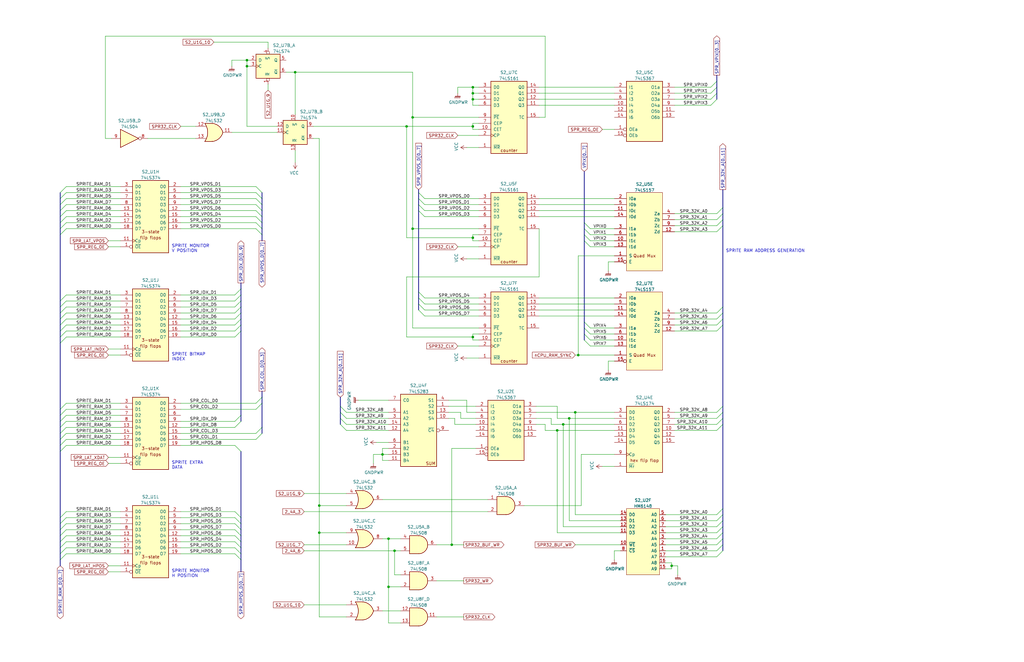
<source format=kicad_sch>
(kicad_sch (version 20211123) (generator eeschema)
  (paper "B")
  (title_block (title "Slapfight Arcade PCB") (company "Schematics created by Neil Ward & Anton Gale"))
  (junction (at 199.39 41.91))
  (junction (at 134.62 224.79))
  (junction (at 124.46 30.48))
  (junction (at 283.21 238.76))
  (junction (at 199.39 36.83))
  (junction (at 237.49 179.07))
  (junction (at 134.62 213.36))
  (junction (at 199.39 39.37))
  (junction (at 166.37 232.41))
  (junction (at 199.39 100.33))
  (junction (at 199.39 53.34))
  (junction (at 161.29 191.77))
  (junction (at 173.99 49.53))
  (junction (at 163.83 227.33))
  (junction (at 163.83 247.65))
  (junction (at 104.14 27.94))
  (junction (at 173.99 96.52))
  (junction (at 240.03 176.53))
  (junction (at 243.84 149.86))
  (junction (at 234.95 181.61))
  (junction (at 199.39 142.24))
  (junction (at 190.5 229.87))
  (junction (at 242.57 173.99))
  (junction (at 171.45 53.34))
  (junction (at 104.14 25.4))
  (bus_entry (at 99.06 223.52) (size 2.54 2.54))
  (bus_entry (at 27.94 177.8) (size -2.54 2.54))
  (bus_entry (at 27.94 127) (size -2.54 2.54))
  (bus_entry (at 107.95 96.52) (size 2.54 2.54))
  (bus_entry (at 27.94 175.26) (size -2.54 2.54))
  (bus_entry (at 99.06 218.44) (size 2.54 2.54))
  (bus_entry (at 27.94 137.16) (size -2.54 2.54))
  (bus_entry (at 304.8 137.16) (size -2.54 2.54))
  (bus_entry (at 179.07 128.27) (size -2.54 -2.54))
  (bus_entry (at 304.8 224.79) (size -2.54 2.54))
  (bus_entry (at 99.06 142.24) (size 2.54 -2.54))
  (bus_entry (at 304.8 214.63) (size -2.54 2.54))
  (bus_entry (at 143.51 173.99) (size 2.54 2.54))
  (bus_entry (at 246.38 135.89) (size 2.54 2.54))
  (bus_entry (at 304.8 222.25) (size -2.54 2.54))
  (bus_entry (at 27.94 187.96) (size -2.54 2.54))
  (bus_entry (at 143.51 179.07) (size 2.54 2.54))
  (bus_entry (at 27.94 96.52) (size -2.54 2.54))
  (bus_entry (at 27.94 129.54) (size -2.54 2.54))
  (bus_entry (at 304.8 129.54) (size -2.54 2.54))
  (bus_entry (at 27.94 170.18) (size -2.54 2.54))
  (bus_entry (at 107.95 93.98) (size 2.54 2.54))
  (bus_entry (at 304.8 132.08) (size -2.54 2.54))
  (bus_entry (at 304.8 173.99) (size -2.54 2.54))
  (bus_entry (at 107.95 88.9) (size 2.54 2.54))
  (bus_entry (at 246.38 99.06) (size 2.54 2.54))
  (bus_entry (at 304.8 134.62) (size -2.54 2.54))
  (bus_entry (at 304.8 232.41) (size -2.54 2.54))
  (bus_entry (at 27.94 132.08) (size -2.54 2.54))
  (bus_entry (at 99.06 132.08) (size 2.54 -2.54))
  (bus_entry (at 27.94 78.74) (size -2.54 2.54))
  (bus_entry (at 27.94 83.82) (size -2.54 2.54))
  (bus_entry (at 107.95 91.44) (size 2.54 2.54))
  (bus_entry (at 27.94 180.34) (size -2.54 2.54))
  (bus_entry (at 27.94 124.46) (size -2.54 2.54))
  (bus_entry (at 304.8 90.17) (size -2.54 2.54))
  (bus_entry (at 304.8 176.53) (size -2.54 2.54))
  (bus_entry (at 246.38 140.97) (size 2.54 2.54))
  (bus_entry (at 99.06 180.34) (size 2.54 -2.54))
  (bus_entry (at 179.07 125.73) (size -2.54 -2.54))
  (bus_entry (at 179.07 130.81) (size -2.54 -2.54))
  (bus_entry (at 107.95 83.82) (size 2.54 2.54))
  (bus_entry (at 27.94 81.28) (size -2.54 2.54))
  (bus_entry (at 27.94 93.98) (size -2.54 2.54))
  (bus_entry (at 304.8 217.17) (size -2.54 2.54))
  (bus_entry (at 27.94 215.9) (size -2.54 2.54))
  (bus_entry (at 27.94 139.7) (size -2.54 2.54))
  (bus_entry (at 27.94 134.62) (size -2.54 2.54))
  (bus_entry (at 27.94 228.6) (size -2.54 2.54))
  (bus_entry (at 99.06 139.7) (size 2.54 -2.54))
  (bus_entry (at 27.94 223.52) (size -2.54 2.54))
  (bus_entry (at 27.94 142.24) (size -2.54 2.54))
  (bus_entry (at 107.95 86.36) (size 2.54 2.54))
  (bus_entry (at 302.26 39.37) (size -2.54 2.54))
  (bus_entry (at 27.94 233.68) (size -2.54 2.54))
  (bus_entry (at 179.07 83.82) (size -2.54 -2.54))
  (bus_entry (at 304.8 219.71) (size -2.54 2.54))
  (bus_entry (at 27.94 172.72) (size -2.54 2.54))
  (bus_entry (at 27.94 226.06) (size -2.54 2.54))
  (bus_entry (at 99.06 177.8) (size 2.54 -2.54))
  (bus_entry (at 302.26 36.83) (size -2.54 2.54))
  (bus_entry (at 179.07 88.9) (size -2.54 -2.54))
  (bus_entry (at 99.06 129.54) (size 2.54 -2.54))
  (bus_entry (at 99.06 233.68) (size 2.54 2.54))
  (bus_entry (at 99.06 137.16) (size 2.54 -2.54))
  (bus_entry (at 302.26 34.29) (size -2.54 2.54))
  (bus_entry (at 99.06 228.6) (size 2.54 2.54))
  (bus_entry (at 99.06 127) (size 2.54 -2.54))
  (bus_entry (at 143.51 171.45) (size 2.54 2.54))
  (bus_entry (at 246.38 93.98) (size 2.54 2.54))
  (bus_entry (at 246.38 96.52) (size 2.54 2.54))
  (bus_entry (at 143.51 176.53) (size 2.54 2.54))
  (bus_entry (at 179.07 133.35) (size -2.54 -2.54))
  (bus_entry (at 99.06 134.62) (size 2.54 -2.54))
  (bus_entry (at 107.95 78.74) (size 2.54 2.54))
  (bus_entry (at 304.8 171.45) (size -2.54 2.54))
  (bus_entry (at 304.8 229.87) (size -2.54 2.54))
  (bus_entry (at 27.94 182.88) (size -2.54 2.54))
  (bus_entry (at 107.95 182.88) (size 2.54 -2.54))
  (bus_entry (at 179.07 91.44) (size -2.54 -2.54))
  (bus_entry (at 27.94 91.44) (size -2.54 2.54))
  (bus_entry (at 99.06 187.96) (size 2.54 2.54))
  (bus_entry (at 107.95 170.18) (size 2.54 -2.54))
  (bus_entry (at 27.94 185.42) (size -2.54 2.54))
  (bus_entry (at 246.38 138.43) (size 2.54 2.54))
  (bus_entry (at 27.94 88.9) (size -2.54 2.54))
  (bus_entry (at 99.06 124.46) (size 2.54 -2.54))
  (bus_entry (at 304.8 95.25) (size -2.54 2.54))
  (bus_entry (at 179.07 86.36) (size -2.54 -2.54))
  (bus_entry (at 304.8 92.71) (size -2.54 2.54))
  (bus_entry (at 27.94 231.14) (size -2.54 2.54))
  (bus_entry (at 304.8 227.33) (size -2.54 2.54))
  (bus_entry (at 304.8 179.07) (size -2.54 2.54))
  (bus_entry (at 27.94 220.98) (size -2.54 2.54))
  (bus_entry (at 99.06 215.9) (size 2.54 2.54))
  (bus_entry (at 304.8 87.63) (size -2.54 2.54))
  (bus_entry (at 27.94 218.44) (size -2.54 2.54))
  (bus_entry (at 246.38 101.6) (size 2.54 2.54))
  (bus_entry (at 27.94 86.36) (size -2.54 2.54))
  (bus_entry (at 99.06 226.06) (size 2.54 2.54))
  (bus_entry (at 99.06 220.98) (size 2.54 2.54))
  (bus_entry (at 302.26 41.91) (size -2.54 2.54))
  (bus_entry (at 99.06 231.14) (size 2.54 2.54))
  (bus_entry (at 107.95 172.72) (size 2.54 -2.54))
  (bus_entry (at 246.38 143.51) (size 2.54 2.54))
  (bus_entry (at 107.95 81.28) (size 2.54 2.54))
  (bus_entry (at 107.95 185.42) (size 2.54 -2.54))
  (wire (pts (xy 261.62 222.25) (xy 237.49 222.25)))
  (bus (pts (xy 176.53 86.36) (xy 176.53 83.82)))
  (wire (pts (xy 76.2 177.8) (xy 99.06 177.8)))
  (wire (pts (xy 173.99 96.52) (xy 201.93 96.52)))
  (wire (pts (xy 104.14 25.4) (xy 104.14 27.94)))
  (wire (pts (xy 44.45 15.24) (xy 44.45 58.42)))
  (wire (pts (xy 256.54 152.4) (xy 259.08 152.4)))
  (wire (pts (xy 199.39 99.06) (xy 199.39 100.33)))
  (wire (pts (xy 76.2 187.96) (xy 99.06 187.96)))
  (bus (pts (xy 25.4 127) (xy 25.4 129.54)))
  (wire (pts (xy 229.87 49.53) (xy 229.87 15.24)))
  (wire (pts (xy 299.72 44.45) (xy 284.48 44.45)))
  (bus (pts (xy 25.4 134.62) (xy 25.4 137.16)))
  (bus (pts (xy 176.53 123.19) (xy 176.53 88.9)))
  (wire (pts (xy 227.33 49.53) (xy 229.87 49.53)))
  (wire (pts (xy 166.37 232.41) (xy 168.91 232.41)))
  (wire (pts (xy 105.41 25.4) (xy 104.14 25.4)))
  (wire (pts (xy 234.95 181.61) (xy 229.87 181.61)))
  (wire (pts (xy 76.2 226.06) (xy 99.06 226.06)))
  (bus (pts (xy 25.4 86.36) (xy 25.4 88.9)))
  (wire (pts (xy 163.83 227.33) (xy 168.91 227.33)))
  (bus (pts (xy 101.6 129.54) (xy 101.6 127)))
  (wire (pts (xy 302.26 173.99) (xy 284.48 173.99)))
  (wire (pts (xy 254 196.85) (xy 259.08 196.85)))
  (wire (pts (xy 146.05 179.07) (xy 163.83 179.07)))
  (wire (pts (xy 237.49 222.25) (xy 237.49 179.07)))
  (wire (pts (xy 248.92 101.6) (xy 259.08 101.6)))
  (wire (pts (xy 76.2 127) (xy 99.06 127)))
  (wire (pts (xy 190.5 189.23) (xy 190.5 229.87)))
  (wire (pts (xy 193.04 36.83) (xy 193.04 39.37)))
  (wire (pts (xy 193.04 104.14) (xy 201.93 104.14)))
  (wire (pts (xy 242.57 149.86) (xy 243.84 149.86)))
  (wire (pts (xy 302.26 95.25) (xy 284.48 95.25)))
  (wire (pts (xy 134.62 213.36) (xy 134.62 224.79)))
  (wire (pts (xy 190.5 229.87) (xy 195.58 229.87)))
  (wire (pts (xy 50.8 172.72) (xy 27.94 172.72)))
  (bus (pts (xy 143.51 171.45) (xy 143.51 167.64)))
  (wire (pts (xy 97.79 25.4) (xy 104.14 25.4)))
  (bus (pts (xy 304.8 227.33) (xy 304.8 229.87)))
  (bus (pts (xy 304.8 137.16) (xy 304.8 171.45)))
  (wire (pts (xy 50.8 129.54) (xy 27.94 129.54)))
  (wire (pts (xy 227.33 83.82) (xy 259.08 83.82)))
  (bus (pts (xy 25.4 187.96) (xy 25.4 190.5)))
  (wire (pts (xy 189.23 171.45) (xy 200.66 171.45)))
  (wire (pts (xy 302.26 227.33) (xy 280.67 227.33)))
  (wire (pts (xy 132.08 53.34) (xy 171.45 53.34)))
  (wire (pts (xy 190.5 189.23) (xy 200.66 189.23)))
  (wire (pts (xy 76.2 233.68) (xy 99.06 233.68)))
  (wire (pts (xy 227.33 36.83) (xy 259.08 36.83)))
  (wire (pts (xy 256.54 152.4) (xy 256.54 156.21)))
  (wire (pts (xy 171.45 116.84) (xy 227.33 116.84)))
  (wire (pts (xy 76.2 137.16) (xy 99.06 137.16)))
  (wire (pts (xy 50.8 132.08) (xy 27.94 132.08)))
  (wire (pts (xy 302.26 219.71) (xy 280.67 219.71)))
  (wire (pts (xy 280.67 237.49) (xy 283.21 237.49)))
  (bus (pts (xy 246.38 140.97) (xy 246.38 143.51)))
  (wire (pts (xy 50.8 91.44) (xy 27.94 91.44)))
  (wire (pts (xy 200.66 179.07) (xy 191.77 179.07)))
  (bus (pts (xy 246.38 93.98) (xy 246.38 72.39)))
  (wire (pts (xy 280.67 240.03) (xy 283.21 240.03)))
  (wire (pts (xy 261.62 224.79) (xy 234.95 224.79)))
  (bus (pts (xy 246.38 101.6) (xy 246.38 135.89)))
  (wire (pts (xy 199.39 54.61) (xy 201.93 54.61)))
  (wire (pts (xy 227.33 91.44) (xy 259.08 91.44)))
  (wire (pts (xy 90.17 17.78) (xy 113.03 17.78)))
  (bus (pts (xy 25.4 175.26) (xy 25.4 177.8)))
  (wire (pts (xy 302.26 234.95) (xy 280.67 234.95)))
  (bus (pts (xy 101.6 124.46) (xy 101.6 121.92)))
  (wire (pts (xy 76.2 88.9) (xy 107.95 88.9)))
  (wire (pts (xy 299.72 39.37) (xy 284.48 39.37)))
  (wire (pts (xy 45.72 147.32) (xy 50.8 147.32)))
  (wire (pts (xy 128.27 232.41) (xy 166.37 232.41)))
  (wire (pts (xy 76.2 124.46) (xy 99.06 124.46)))
  (wire (pts (xy 285.75 238.76) (xy 285.75 242.57)))
  (bus (pts (xy 25.4 129.54) (xy 25.4 132.08)))
  (bus (pts (xy 246.38 99.06) (xy 246.38 101.6)))
  (bus (pts (xy 110.49 182.88) (xy 110.49 180.34)))
  (wire (pts (xy 199.39 100.33) (xy 199.39 101.6)))
  (wire (pts (xy 146.05 173.99) (xy 163.83 173.99)))
  (wire (pts (xy 76.2 96.52) (xy 107.95 96.52)))
  (wire (pts (xy 50.8 228.6) (xy 27.94 228.6)))
  (wire (pts (xy 196.85 62.23) (xy 201.93 62.23)))
  (wire (pts (xy 168.91 262.89) (xy 163.83 262.89)))
  (bus (pts (xy 304.8 224.79) (xy 304.8 227.33)))
  (wire (pts (xy 50.8 182.88) (xy 27.94 182.88)))
  (bus (pts (xy 101.6 220.98) (xy 101.6 223.52)))
  (wire (pts (xy 201.93 83.82) (xy 179.07 83.82)))
  (wire (pts (xy 50.8 180.34) (xy 27.94 180.34)))
  (wire (pts (xy 50.8 86.36) (xy 27.94 86.36)))
  (wire (pts (xy 76.2 180.34) (xy 99.06 180.34)))
  (wire (pts (xy 76.2 215.9) (xy 99.06 215.9)))
  (wire (pts (xy 302.26 97.79) (xy 284.48 97.79)))
  (wire (pts (xy 248.92 140.97) (xy 259.08 140.97)))
  (wire (pts (xy 302.26 132.08) (xy 284.48 132.08)))
  (wire (pts (xy 227.33 86.36) (xy 259.08 86.36)))
  (bus (pts (xy 25.4 142.24) (xy 25.4 144.78)))
  (wire (pts (xy 113.03 35.56) (xy 113.03 38.1)))
  (bus (pts (xy 25.4 228.6) (xy 25.4 231.14)))
  (wire (pts (xy 76.2 132.08) (xy 99.06 132.08)))
  (bus (pts (xy 25.4 172.72) (xy 25.4 175.26)))
  (wire (pts (xy 234.95 171.45) (xy 234.95 176.53)))
  (wire (pts (xy 116.84 53.34) (xy 104.14 53.34)))
  (wire (pts (xy 50.8 185.42) (xy 27.94 185.42)))
  (wire (pts (xy 173.99 138.43) (xy 173.99 96.52)))
  (wire (pts (xy 196.85 173.99) (xy 196.85 168.91)))
  (wire (pts (xy 50.8 93.98) (xy 27.94 93.98)))
  (wire (pts (xy 199.39 44.45) (xy 199.39 41.91)))
  (wire (pts (xy 124.46 30.48) (xy 173.99 30.48)))
  (bus (pts (xy 304.8 217.17) (xy 304.8 219.71)))
  (wire (pts (xy 76.2 91.44) (xy 107.95 91.44)))
  (bus (pts (xy 25.4 177.8) (xy 25.4 180.34)))
  (wire (pts (xy 134.62 58.42) (xy 134.62 213.36)))
  (bus (pts (xy 25.4 218.44) (xy 25.4 220.98)))
  (wire (pts (xy 248.92 143.51) (xy 259.08 143.51)))
  (wire (pts (xy 171.45 100.33) (xy 171.45 53.34)))
  (bus (pts (xy 101.6 134.62) (xy 101.6 132.08)))
  (bus (pts (xy 25.4 180.34) (xy 25.4 182.88)))
  (wire (pts (xy 173.99 96.52) (xy 173.99 49.53)))
  (wire (pts (xy 189.23 168.91) (xy 196.85 168.91)))
  (wire (pts (xy 104.14 53.34) (xy 104.14 27.94)))
  (wire (pts (xy 161.29 227.33) (xy 163.83 227.33)))
  (wire (pts (xy 76.2 53.34) (xy 82.55 53.34)))
  (wire (pts (xy 242.57 217.17) (xy 242.57 173.99)))
  (bus (pts (xy 101.6 236.22) (xy 101.6 241.3)))
  (bus (pts (xy 25.4 88.9) (xy 25.4 91.44)))
  (wire (pts (xy 226.06 176.53) (xy 232.41 176.53)))
  (wire (pts (xy 201.93 44.45) (xy 199.39 44.45)))
  (wire (pts (xy 50.8 187.96) (xy 27.94 187.96)))
  (bus (pts (xy 101.6 218.44) (xy 101.6 220.98)))
  (bus (pts (xy 110.49 91.44) (xy 110.49 93.98)))
  (wire (pts (xy 124.46 68.58) (xy 124.46 63.5)))
  (wire (pts (xy 76.2 170.18) (xy 107.95 170.18)))
  (wire (pts (xy 76.2 83.82) (xy 107.95 83.82)))
  (wire (pts (xy 261.62 217.17) (xy 242.57 217.17)))
  (wire (pts (xy 227.33 125.73) (xy 259.08 125.73)))
  (wire (pts (xy 199.39 36.83) (xy 199.39 39.37)))
  (wire (pts (xy 199.39 39.37) (xy 201.93 39.37)))
  (wire (pts (xy 242.57 173.99) (xy 259.08 173.99)))
  (wire (pts (xy 113.03 17.78) (xy 113.03 20.32)))
  (wire (pts (xy 201.93 91.44) (xy 179.07 91.44)))
  (wire (pts (xy 120.65 30.48) (xy 124.46 30.48)))
  (wire (pts (xy 50.8 220.98) (xy 27.94 220.98)))
  (wire (pts (xy 128.27 208.28) (xy 146.05 208.28)))
  (bus (pts (xy 110.49 170.18) (xy 110.49 180.34)))
  (wire (pts (xy 134.62 213.36) (xy 146.05 213.36)))
  (wire (pts (xy 259.08 232.41) (xy 261.62 232.41)))
  (bus (pts (xy 110.49 170.18) (xy 110.49 167.64)))
  (wire (pts (xy 134.62 260.35) (xy 146.05 260.35)))
  (bus (pts (xy 302.26 39.37) (xy 302.26 36.83)))
  (bus (pts (xy 25.4 218.44) (xy 25.4 190.5)))
  (wire (pts (xy 227.33 130.81) (xy 259.08 130.81)))
  (wire (pts (xy 128.27 229.87) (xy 146.05 229.87)))
  (wire (pts (xy 201.93 86.36) (xy 179.07 86.36)))
  (wire (pts (xy 104.14 27.94) (xy 105.41 27.94)))
  (wire (pts (xy 50.8 170.18) (xy 27.94 170.18)))
  (wire (pts (xy 50.8 96.52) (xy 27.94 96.52)))
  (wire (pts (xy 50.8 233.68) (xy 27.94 233.68)))
  (wire (pts (xy 240.03 176.53) (xy 259.08 176.53)))
  (wire (pts (xy 50.8 215.9) (xy 27.94 215.9)))
  (wire (pts (xy 50.8 218.44) (xy 27.94 218.44)))
  (wire (pts (xy 237.49 179.07) (xy 259.08 179.07)))
  (wire (pts (xy 191.77 179.07) (xy 191.77 176.53)))
  (wire (pts (xy 184.15 260.35) (xy 195.58 260.35)))
  (bus (pts (xy 25.4 223.52) (xy 25.4 226.06)))
  (bus (pts (xy 110.49 86.36) (xy 110.49 88.9)))
  (wire (pts (xy 161.29 191.77) (xy 161.29 194.31)))
  (bus (pts (xy 304.8 129.54) (xy 304.8 132.08)))
  (wire (pts (xy 76.2 93.98) (xy 107.95 93.98)))
  (bus (pts (xy 176.53 83.82) (xy 176.53 81.28)))
  (wire (pts (xy 227.33 88.9) (xy 259.08 88.9)))
  (bus (pts (xy 304.8 176.53) (xy 304.8 179.07)))
  (wire (pts (xy 76.2 172.72) (xy 107.95 172.72)))
  (wire (pts (xy 302.26 222.25) (xy 280.67 222.25)))
  (wire (pts (xy 166.37 242.57) (xy 166.37 232.41)))
  (wire (pts (xy 227.33 96.52) (xy 227.33 116.84)))
  (wire (pts (xy 302.26 179.07) (xy 284.48 179.07)))
  (bus (pts (xy 246.38 138.43) (xy 246.38 140.97)))
  (wire (pts (xy 229.87 181.61) (xy 229.87 179.07)))
  (bus (pts (xy 25.4 233.68) (xy 25.4 236.22)))
  (bus (pts (xy 101.6 175.26) (xy 101.6 177.8)))
  (wire (pts (xy 163.83 247.65) (xy 168.91 247.65)))
  (bus (pts (xy 110.49 96.52) (xy 110.49 99.06)))
  (bus (pts (xy 101.6 233.68) (xy 101.6 236.22)))
  (wire (pts (xy 50.8 78.74) (xy 27.94 78.74)))
  (wire (pts (xy 259.08 232.41) (xy 259.08 236.22)))
  (bus (pts (xy 25.4 139.7) (xy 25.4 142.24)))
  (wire (pts (xy 76.2 185.42) (xy 107.95 185.42)))
  (bus (pts (xy 304.8 173.99) (xy 304.8 176.53)))
  (bus (pts (xy 110.49 88.9) (xy 110.49 91.44)))
  (wire (pts (xy 163.83 262.89) (xy 163.83 247.65)))
  (bus (pts (xy 101.6 139.7) (xy 101.6 137.16)))
  (wire (pts (xy 302.26 217.17) (xy 280.67 217.17)))
  (wire (pts (xy 189.23 173.99) (xy 194.31 173.99)))
  (wire (pts (xy 232.41 176.53) (xy 232.41 179.07)))
  (wire (pts (xy 124.46 48.26) (xy 124.46 30.48)))
  (wire (pts (xy 76.2 139.7) (xy 99.06 139.7)))
  (wire (pts (xy 157.48 191.77) (xy 157.48 195.58)))
  (wire (pts (xy 76.2 218.44) (xy 99.06 218.44)))
  (wire (pts (xy 97.79 25.4) (xy 97.79 27.94)))
  (bus (pts (xy 110.49 99.06) (xy 110.49 101.6)))
  (bus (pts (xy 25.4 96.52) (xy 25.4 99.06)))
  (wire (pts (xy 302.26 134.62) (xy 284.48 134.62)))
  (bus (pts (xy 25.4 137.16) (xy 25.4 139.7)))
  (bus (pts (xy 143.51 173.99) (xy 143.51 171.45)))
  (wire (pts (xy 76.2 78.74) (xy 107.95 78.74)))
  (wire (pts (xy 248.92 146.05) (xy 259.08 146.05)))
  (bus (pts (xy 143.51 179.07) (xy 143.51 176.53)))
  (wire (pts (xy 146.05 181.61) (xy 163.83 181.61)))
  (wire (pts (xy 50.8 134.62) (xy 27.94 134.62)))
  (wire (pts (xy 226.06 173.99) (xy 242.57 173.99)))
  (wire (pts (xy 302.26 224.79) (xy 280.67 224.79)))
  (wire (pts (xy 45.72 149.86) (xy 50.8 149.86)))
  (bus (pts (xy 143.51 176.53) (xy 143.51 173.99)))
  (wire (pts (xy 302.26 176.53) (xy 284.48 176.53)))
  (bus (pts (xy 110.49 93.98) (xy 110.49 96.52)))
  (wire (pts (xy 196.85 109.22) (xy 201.93 109.22)))
  (wire (pts (xy 97.79 55.88) (xy 116.84 55.88)))
  (wire (pts (xy 299.72 36.83) (xy 284.48 36.83)))
  (wire (pts (xy 302.26 181.61) (xy 284.48 181.61)))
  (bus (pts (xy 246.38 96.52) (xy 246.38 99.06)))
  (bus (pts (xy 304.8 229.87) (xy 304.8 232.41)))
  (bus (pts (xy 25.4 83.82) (xy 25.4 86.36)))
  (wire (pts (xy 199.39 142.24) (xy 199.39 143.51)))
  (wire (pts (xy 50.8 137.16) (xy 27.94 137.16)))
  (wire (pts (xy 196.85 151.13) (xy 201.93 151.13)))
  (bus (pts (xy 302.26 41.91) (xy 302.26 39.37)))
  (bus (pts (xy 176.53 81.28) (xy 176.53 80.01)))
  (wire (pts (xy 194.31 176.53) (xy 200.66 176.53)))
  (wire (pts (xy 171.45 53.34) (xy 199.39 53.34)))
  (bus (pts (xy 110.49 83.82) (xy 110.49 86.36)))
  (bus (pts (xy 25.4 93.98) (xy 25.4 96.52)))
  (wire (pts (xy 199.39 39.37) (xy 199.39 41.91)))
  (wire (pts (xy 199.39 53.34) (xy 199.39 54.61)))
  (wire (pts (xy 173.99 49.53) (xy 201.93 49.53)))
  (bus (pts (xy 101.6 137.16) (xy 101.6 134.62)))
  (wire (pts (xy 161.29 194.31) (xy 163.83 194.31)))
  (bus (pts (xy 304.8 92.71) (xy 304.8 95.25)))
  (wire (pts (xy 128.27 215.9) (xy 205.74 215.9)))
  (wire (pts (xy 283.21 237.49) (xy 283.21 238.76)))
  (wire (pts (xy 50.8 226.06) (xy 27.94 226.06)))
  (wire (pts (xy 50.8 139.7) (xy 27.94 139.7)))
  (bus (pts (xy 101.6 226.06) (xy 101.6 228.6)))
  (wire (pts (xy 157.48 191.77) (xy 161.29 191.77)))
  (wire (pts (xy 50.8 175.26) (xy 27.94 175.26)))
  (wire (pts (xy 199.39 41.91) (xy 201.93 41.91)))
  (bus (pts (xy 176.53 88.9) (xy 176.53 86.36)))
  (wire (pts (xy 76.2 129.54) (xy 99.06 129.54)))
  (wire (pts (xy 227.33 41.91) (xy 259.08 41.91)))
  (bus (pts (xy 304.8 219.71) (xy 304.8 222.25)))
  (wire (pts (xy 76.2 81.28) (xy 107.95 81.28)))
  (wire (pts (xy 299.72 41.91) (xy 284.48 41.91)))
  (bus (pts (xy 246.38 93.98) (xy 246.38 96.52)))
  (wire (pts (xy 50.8 177.8) (xy 27.94 177.8)))
  (wire (pts (xy 201.93 133.35) (xy 179.07 133.35)))
  (wire (pts (xy 248.92 96.52) (xy 259.08 96.52)))
  (bus (pts (xy 304.8 214.63) (xy 304.8 217.17)))
  (wire (pts (xy 201.93 140.97) (xy 199.39 140.97)))
  (bus (pts (xy 101.6 228.6) (xy 101.6 231.14)))
  (wire (pts (xy 200.66 173.99) (xy 196.85 173.99)))
  (wire (pts (xy 45.72 241.3) (xy 50.8 241.3)))
  (wire (pts (xy 168.91 242.57) (xy 166.37 242.57)))
  (wire (pts (xy 283.21 238.76) (xy 283.21 240.03)))
  (wire (pts (xy 285.75 238.76) (xy 283.21 238.76)))
  (wire (pts (xy 193.04 146.05) (xy 201.93 146.05)))
  (wire (pts (xy 248.92 99.06) (xy 259.08 99.06)))
  (bus (pts (xy 25.4 81.28) (xy 25.4 83.82)))
  (bus (pts (xy 25.4 182.88) (xy 25.4 185.42)))
  (wire (pts (xy 199.39 143.51) (xy 201.93 143.51)))
  (wire (pts (xy 76.2 223.52) (xy 99.06 223.52)))
  (wire (pts (xy 201.93 130.81) (xy 179.07 130.81)))
  (wire (pts (xy 45.72 195.58) (xy 50.8 195.58)))
  (wire (pts (xy 50.8 83.82) (xy 27.94 83.82)))
  (wire (pts (xy 243.84 107.95) (xy 243.84 149.86)))
  (bus (pts (xy 25.4 132.08) (xy 25.4 134.62)))
  (wire (pts (xy 199.39 52.07) (xy 199.39 53.34)))
  (wire (pts (xy 171.45 100.33) (xy 199.39 100.33)))
  (wire (pts (xy 45.72 101.6) (xy 50.8 101.6)))
  (wire (pts (xy 161.29 257.81) (xy 168.91 257.81)))
  (wire (pts (xy 201.93 138.43) (xy 173.99 138.43)))
  (wire (pts (xy 128.27 255.27) (xy 146.05 255.27)))
  (wire (pts (xy 45.72 193.04) (xy 50.8 193.04)))
  (wire (pts (xy 50.8 88.9) (xy 27.94 88.9)))
  (bus (pts (xy 176.53 128.27) (xy 176.53 125.73)))
  (wire (pts (xy 229.87 15.24) (xy 44.45 15.24)))
  (bus (pts (xy 25.4 236.22) (xy 25.4 238.76)))
  (wire (pts (xy 243.84 149.86) (xy 259.08 149.86)))
  (wire (pts (xy 254 54.61) (xy 259.08 54.61)))
  (bus (pts (xy 101.6 121.92) (xy 101.6 119.38)))
  (wire (pts (xy 261.62 219.71) (xy 240.03 219.71)))
  (bus (pts (xy 101.6 127) (xy 101.6 124.46)))
  (wire (pts (xy 50.8 81.28) (xy 27.94 81.28)))
  (bus (pts (xy 176.53 130.81) (xy 176.53 128.27)))
  (wire (pts (xy 163.83 227.33) (xy 163.83 247.65)))
  (wire (pts (xy 227.33 44.45) (xy 259.08 44.45)))
  (wire (pts (xy 50.8 127) (xy 27.94 127)))
  (bus (pts (xy 304.8 171.45) (xy 304.8 173.99)))
  (bus (pts (xy 110.49 81.28) (xy 110.49 83.82)))
  (bus (pts (xy 25.4 172.72) (xy 25.4 144.78)))
  (wire (pts (xy 50.8 142.24) (xy 27.94 142.24)))
  (wire (pts (xy 201.93 52.07) (xy 199.39 52.07)))
  (bus (pts (xy 101.6 190.5) (xy 101.6 218.44)))
  (bus (pts (xy 25.4 185.42) (xy 25.4 187.96)))
  (wire (pts (xy 201.93 125.73) (xy 179.07 125.73)))
  (wire (pts (xy 76.2 142.24) (xy 99.06 142.24)))
  (wire (pts (xy 44.45 58.42) (xy 46.99 58.42)))
  (wire (pts (xy 50.8 231.14) (xy 27.94 231.14)))
  (wire (pts (xy 45.72 104.14) (xy 50.8 104.14)))
  (bus (pts (xy 25.4 127) (xy 25.4 99.06)))
  (wire (pts (xy 163.83 189.23) (xy 161.29 189.23)))
  (wire (pts (xy 234.95 224.79) (xy 234.95 181.61)))
  (wire (pts (xy 161.29 210.82) (xy 205.74 210.82)))
  (wire (pts (xy 201.93 99.06) (xy 199.39 99.06)))
  (wire (pts (xy 234.95 181.61) (xy 259.08 181.61)))
  (wire (pts (xy 256.54 110.49) (xy 256.54 114.3)))
  (wire (pts (xy 226.06 171.45) (xy 234.95 171.45)))
  (bus (pts (xy 101.6 139.7) (xy 101.6 175.26)))
  (wire (pts (xy 240.03 219.71) (xy 240.03 176.53)))
  (bus (pts (xy 302.26 34.29) (xy 302.26 31.75)))
  (wire (pts (xy 134.62 224.79) (xy 134.62 260.35)))
  (bus (pts (xy 25.4 231.14) (xy 25.4 233.68)))
  (wire (pts (xy 199.39 101.6) (xy 201.93 101.6)))
  (wire (pts (xy 194.31 173.99) (xy 194.31 176.53)))
  (wire (pts (xy 191.77 176.53) (xy 189.23 176.53)))
  (wire (pts (xy 229.87 179.07) (xy 226.06 179.07)))
  (wire (pts (xy 134.62 224.79) (xy 146.05 224.79)))
  (wire (pts (xy 227.33 133.35) (xy 259.08 133.35)))
  (bus (pts (xy 302.26 36.83) (xy 302.26 34.29)))
  (wire (pts (xy 242.57 229.87) (xy 261.62 229.87)))
  (wire (pts (xy 259.08 107.95) (xy 243.84 107.95)))
  (wire (pts (xy 302.26 90.17) (xy 284.48 90.17)))
  (bus (pts (xy 101.6 223.52) (xy 101.6 226.06)))
  (wire (pts (xy 248.92 138.43) (xy 259.08 138.43)))
  (wire (pts (xy 173.99 30.48) (xy 173.99 49.53)))
  (wire (pts (xy 245.11 213.36) (xy 245.11 191.77)))
  (bus (pts (xy 304.8 134.62) (xy 304.8 137.16)))
  (wire (pts (xy 76.2 134.62) (xy 99.06 134.62)))
  (bus (pts (xy 176.53 125.73) (xy 176.53 123.19)))
  (bus (pts (xy 304.8 87.63) (xy 304.8 80.01)))
  (bus (pts (xy 101.6 231.14) (xy 101.6 233.68)))
  (wire (pts (xy 151.13 168.91) (xy 163.83 168.91)))
  (bus (pts (xy 304.8 179.07) (xy 304.8 214.63)))
  (wire (pts (xy 302.26 92.71) (xy 284.48 92.71)))
  (wire (pts (xy 199.39 142.24) (xy 171.45 142.24)))
  (wire (pts (xy 201.93 36.83) (xy 199.39 36.83)))
  (wire (pts (xy 227.33 39.37) (xy 259.08 39.37)))
  (bus (pts (xy 246.38 135.89) (xy 246.38 138.43)))
  (wire (pts (xy 76.2 220.98) (xy 99.06 220.98)))
  (wire (pts (xy 234.95 176.53) (xy 240.03 176.53)))
  (wire (pts (xy 199.39 140.97) (xy 199.39 142.24)))
  (wire (pts (xy 76.2 182.88) (xy 107.95 182.88)))
  (wire (pts (xy 201.93 128.27) (xy 179.07 128.27)))
  (wire (pts (xy 193.04 36.83) (xy 199.39 36.83)))
  (bus (pts (xy 25.4 220.98) (xy 25.4 223.52)))
  (wire (pts (xy 220.98 213.36) (xy 245.11 213.36)))
  (bus (pts (xy 110.49 167.64) (xy 110.49 165.1)))
  (wire (pts (xy 76.2 86.36) (xy 107.95 86.36)))
  (wire (pts (xy 302.26 232.41) (xy 280.67 232.41)))
  (wire (pts (xy 161.29 189.23) (xy 161.29 191.77)))
  (wire (pts (xy 76.2 231.14) (xy 99.06 231.14)))
  (wire (pts (xy 193.04 57.15) (xy 201.93 57.15)))
  (wire (pts (xy 245.11 191.77) (xy 259.08 191.77)))
  (wire (pts (xy 248.92 104.14) (xy 259.08 104.14)))
  (wire (pts (xy 132.08 58.42) (xy 134.62 58.42)))
  (wire (pts (xy 158.75 186.69) (xy 163.83 186.69)))
  (wire (pts (xy 302.26 139.7) (xy 284.48 139.7)))
  (bus (pts (xy 304.8 90.17) (xy 304.8 92.71)))
  (wire (pts (xy 302.26 229.87) (xy 280.67 229.87)))
  (wire (pts (xy 184.15 245.11) (xy 195.58 245.11)))
  (bus (pts (xy 304.8 87.63) (xy 304.8 90.17)))
  (bus (pts (xy 101.6 132.08) (xy 101.6 129.54)))
  (bus (pts (xy 304.8 95.25) (xy 304.8 129.54)))
  (wire (pts (xy 62.23 58.42) (xy 82.55 58.42)))
  (wire (pts (xy 50.8 223.52) (xy 27.94 223.52)))
  (wire (pts (xy 227.33 128.27) (xy 259.08 128.27)))
  (bus (pts (xy 25.4 226.06) (xy 25.4 228.6)))
  (wire (pts (xy 161.29 191.77) (xy 163.83 191.77)))
  (wire (pts (xy 50.8 124.46) (xy 27.94 124.46)))
  (wire (pts (xy 256.54 110.49) (xy 259.08 110.49)))
  (wire (pts (xy 45.72 238.76) (xy 50.8 238.76)))
  (bus (pts (xy 304.8 132.08) (xy 304.8 134.62)))
  (wire (pts (xy 201.93 88.9) (xy 179.07 88.9)))
  (wire (pts (xy 232.41 179.07) (xy 237.49 179.07)))
  (wire (pts (xy 171.45 142.24) (xy 171.45 116.84)))
  (bus (pts (xy 304.8 222.25) (xy 304.8 224.79)))
  (bus (pts (xy 25.4 91.44) (xy 25.4 93.98)))
  (wire (pts (xy 76.2 228.6) (xy 99.06 228.6)))
  (wire (pts (xy 146.05 176.53) (xy 163.83 176.53)))
  (wire (pts (xy 184.15 229.87) (xy 190.5 229.87)))
  (wire (pts (xy 302.26 137.16) (xy 284.48 137.16)))
  (text "SPRITE BITMAP\nINDEX" (at 72.39 152.4 0) (effects (font (size 1.27 1.27)) (justify left bottom)))
  (text "SPRITE MONITOR\nH POSITION" (at 72.39 243.84 0) (effects (font (size 1.27 1.27)) (justify left bottom)))
  (text "SPRITE EXTRA\nDATA" (at 72.39 198.12 0) (effects (font (size 1.27 1.27)) (justify left bottom)))
  (text "SPRITE MONITOR\nV POSITION" (at 72.39 106.68 0) (effects (font (size 1.27 1.27)) (justify left bottom)))
  (text "SPRITE RAM ADDRESS GENERATION" (at 306.07 106.68 0) (effects (font (size 1.27 1.27)) (justify left bottom)))
  (label "SPR_32K_A3" (at 298.45 97.79 180))
  (label "SPR_32K_A5" (at 298.45 134.62 180))
  (label "SPR_32K_A6" (at 298.45 232.41 180))
  (label "SPR_32K_A9" (at 298.45 176.53 180))
  (label "SPR_32K_A8" (at 149.86 173.99 0))
  (label "SPR_HPOS_D2" (at 80.01 231.14 0))
  (label "VPIX6" (at 250.19 143.51 0))
  (label "SPR_VPOS_D3" (at 80.01 81.28 0))
  (label "SPR_VPOS_D1" (at 198.12 86.36 180))
  (label "SPR_HPOS_D1" (at 80.01 215.9 0))
  (label "SPR_32K_A1" (at 298.45 92.71 180))
  (label "SPR_32K_A0" (at 298.45 217.17 180))
  (label "SPR_HPOS_D6" (at 80.01 226.06 0))
  (label "SPR_32K_A1" (at 298.45 219.71 180))
  (label "SPRITE_RAM_D4" (at 46.99 228.6 180))
  (label "SPRITE_RAM_D5" (at 46.99 129.54 180))
  (label "SPR_32K_A2" (at 298.45 222.25 180))
  (label "SPR_IDX_D2" (at 80.01 139.7 0))
  (label "SPR_32K_A6" (at 298.45 137.16 180))
  (label "SPRITE_RAM_D7" (at 46.99 177.8 180))
  (label "VPIX4" (at 250.19 138.43 0))
  (label "SPRITE_RAM_D0" (at 46.99 187.96 180))
  (label "SPRITE_RAM_D2" (at 46.99 231.14 180))
  (label "SPR_32K_A11" (at 298.45 181.61 180))
  (label "SPR_IDX_D3" (at 80.01 127 0))
  (label "SPR_32K_A4" (at 298.45 132.08 180))
  (label "VPIX1" (at 250.19 99.06 0))
  (label "SPRITE_RAM_D6" (at 46.99 88.9 180))
  (label "SPR_IDX_D4" (at 80.01 137.16 0))
  (label "SPRITE_RAM_D4" (at 46.99 137.16 180))
  (label "SPR_HPOS_D3" (at 80.01 218.44 0))
  (label "SPRITE_RAM_D3" (at 46.99 127 180))
  (label "SPR_IDX_D8" (at 80.01 180.34 0))
  (label "SPRITE_RAM_D2" (at 46.99 139.7 180))
  (label "SPR_HPOS_D7" (at 80.01 223.52 0))
  (label "SPR_32K_A10" (at 149.86 179.07 0))
  (label "SPR_VPOS_D6" (at 198.12 130.81 180))
  (label "SPRITE_RAM_D0" (at 46.99 233.68 180))
  (label "SPR_32K_A9" (at 149.86 176.53 0))
  (label "SPR_VPOS_D7" (at 80.01 86.36 0))
  (label "SPR_32K_A8" (at 298.45 173.99 180))
  (label "SPR_IDX_D9" (at 80.01 177.8 0))
  (label "SPR_COL_D2" (at 80.01 172.72 0))
  (label "SPR_VPOS_D1" (at 80.01 78.74 0))
  (label "SPR_HPOS_D0" (at 80.01 233.68 0))
  (label "SPR_VPOS_D5" (at 198.12 128.27 180))
  (label "SPR_VPOS_D4" (at 80.01 91.44 0))
  (label "SPRITE_RAM_D7" (at 46.99 132.08 180))
  (label "SPRITE_RAM_D2" (at 46.99 185.42 180))
  (label "SPR_32K_A11" (at 149.86 181.61 0))
  (label "SPRITE_RAM_D6" (at 46.99 134.62 180))
  (label "SPRITE_RAM_D5" (at 46.99 220.98 180))
  (label "SPRITE_RAM_D3" (at 46.99 81.28 180))
  (label "VPIX7" (at 250.19 146.05 0))
  (label "SPRITE_RAM_D7" (at 46.99 86.36 180))
  (label "SPR_HPOS_D5" (at 80.01 220.98 0))
  (label "SPRITE_RAM_D0" (at 46.99 96.52 180))
  (label "SPRITE_RAM_D6" (at 46.99 226.06 180))
  (label "SPR_VPOS_D2" (at 198.12 88.9 180))
  (label "SPR_VPIX3" (at 298.45 44.45 180))
  (label "SPR_32K_A4" (at 298.45 227.33 180))
  (label "VPIX3" (at 250.19 104.14 0))
  (label "SPR_32K_A7" (at 298.45 139.7 180))
  (label "SPR_COL_D1" (at 80.01 185.42 0))
  (label "SPR_IDX_D6" (at 80.01 134.62 0))
  (label "SPRITE_RAM_D6" (at 46.99 180.34 180))
  (label "SPR_VPOS_D3" (at 198.12 91.44 180))
  (label "SPRITE_RAM_D7" (at 46.99 223.52 180))
  (label "SPR_VPOS_D6" (at 80.01 88.9 0))
  (label "SPRITE_RAM_D4" (at 46.99 182.88 180))
  (label "SPR_VPOS_D0" (at 80.01 96.52 0))
  (label "SPR_VPIX2" (at 298.45 41.91 180))
  (label "SPR_IDX_D1" (at 80.01 124.46 0))
  (label "SPRITE_RAM_D1" (at 46.99 170.18 180))
  (label "SPR_VPIX1" (at 298.45 39.37 180))
  (label "SPR_VPOS_D4" (at 198.12 125.73 180))
  (label "SPR_32K_A5" (at 298.45 229.87 180))
  (label "SPRITE_RAM_D1" (at 46.99 215.9 180))
  (label "SPR_IDX_D7" (at 80.01 132.08 0))
  (label "SPR_IDX_D0" (at 80.01 142.24 0))
  (label "SPRITE_RAM_D5" (at 46.99 175.26 180))
  (label "SPRITE_RAM_D5" (at 46.99 83.82 180))
  (label "SPRITE_RAM_D3" (at 46.99 218.44 180))
  (label "SPR_32K_A7" (at 298.45 234.95 180))
  (label "SPR_HPOS_D4" (at 80.01 228.6 0))
  (label "SPRITE_RAM_D1" (at 46.99 78.74 180))
  (label "SPR_IDX_D5" (at 80.01 129.54 0))
  (label "SPR_32K_A0" (at 298.45 90.17 180))
  (label "VPIX2" (at 250.19 101.6 0))
  (label "SPR_COL_D0" (at 80.01 170.18 0))
  (label "SPR_HPOS_D8" (at 80.01 187.96 0))
  (label "SPR_32K_A3" (at 298.45 224.79 180))
  (label "SPR_VPOS_D5" (at 80.01 83.82 0))
  (label "SPR_32K_A2" (at 298.45 95.25 180))
  (label "SPRITE_RAM_D1" (at 46.99 124.46 180))
  (label "SPRITE_RAM_D4" (at 46.99 91.44 180))
  (label "SPR_32K_A10" (at 298.45 179.07 180))
  (label "SPRITE_RAM_D3" (at 46.99 172.72 180))
  (label "SPR_VPIX0" (at 298.45 36.83 180))
  (label "SPR_VPOS_D0" (at 198.12 83.82 180))
  (label "SPR_VPOS_D2" (at 80.01 93.98 0))
  (label "SPR_VPOS_D7" (at 198.12 133.35 180))
  (label "SPRITE_RAM_D2" (at 46.99 93.98 180))
  (label "VPIX0" (at 250.19 96.52 0))
  (label "SPRITE_RAM_D0" (at 46.99 142.24 180))
  (label "SPR_COL_D3" (at 80.01 182.88 0))
  (label "VPIX5" (at 250.19 140.97 0))
  (global_label "SPR32_BUF_WR" (shape output) (at 195.58 229.87 0) (property "Intersheet References" "${INTERSHEET_REFS}" (effects hide)))
  (global_label "S2_U1G_10" (shape input) (at 90.17 17.78 180) (property "Intersheet References" "${INTERSHEET_REFS}" (effects hide)))
  (global_label "SPR32_CLK" (shape input) (at 193.04 104.14 180) (property "Intersheet References" "${INTERSHEET_REFS}" (effects hide)))
  (global_label "SPR32_CLK" (shape input) (at 193.04 146.05 180) (property "Intersheet References" "${INTERSHEET_REFS}" (effects hide)))
  (global_label "SPR_REG_OE" (shape input) (at 45.72 104.14 180) (property "Intersheet References" "${INTERSHEET_REFS}" (effects hide)))
  (global_label "SPR_VPOS_D[0..7]" (shape input) (at 176.53 80.01 90) (property "Intersheet References" "${INTERSHEET_REFS}" (effects hide)))
  (global_label "SPR32_CLK" (shape input) (at 76.2 53.34 180) (property "Intersheet References" "${INTERSHEET_REFS}" (effects hide)))
  (global_label "SPR_VPIX[0..3]" (shape output) (at 302.26 31.75 90) (property "Intersheet References" "${INTERSHEET_REFS}" (effects hide)))
  (global_label "SPR_REG_OE" (shape input) (at 45.72 241.3 180) (property "Intersheet References" "${INTERSHEET_REFS}" (effects hide)))
  (global_label "SPRITE_RAM_D[0..7]" (shape bidirectional) (at 25.4 238.76 270) (property "Intersheet References" "${INTERSHEET_REFS}" (effects hide)))
  (global_label "SPR_32K_A[0..11]" (shape output) (at 304.8 80.01 90) (property "Intersheet References" "${INTERSHEET_REFS}" (effects hide)))
  (global_label "SPR32_CLK" (shape output) (at 195.58 260.35 0) (property "Intersheet References" "${INTERSHEET_REFS}" (effects hide)))
  (global_label "2_4A_3" (shape input) (at 128.27 215.9 180) (property "Intersheet References" "${INTERSHEET_REFS}" (effects hide)))
  (global_label "SPR_LAT_VPOS" (shape input) (at 45.72 101.6 180) (property "Intersheet References" "${INTERSHEET_REFS}" (effects hide)))
  (global_label "SPR_LAT_HPOS" (shape input) (at 45.72 238.76 180) (property "Intersheet References" "${INTERSHEET_REFS}" (effects hide)))
  (global_label "SPR32_WR" (shape output) (at 195.58 245.11 0) (property "Intersheet References" "${INTERSHEET_REFS}" (effects hide)))
  (global_label "SPR_LAT_INDX" (shape input) (at 45.72 147.32 180) (property "Intersheet References" "${INTERSHEET_REFS}" (effects hide)))
  (global_label "S2_U1G_10" (shape input) (at 128.27 255.27 180) (property "Intersheet References" "${INTERSHEET_REFS}" (effects hide)))
  (global_label "SPR_IDX_D[0..9]" (shape output) (at 101.6 119.38 90) (property "Intersheet References" "${INTERSHEET_REFS}" (effects hide)))
  (global_label "S2_U1G_7" (shape input) (at 128.27 229.87 180) (property "Intersheet References" "${INTERSHEET_REFS}" (effects hide)))
  (global_label "SPR_32K_A[0..11]" (shape input) (at 143.51 167.64 90) (property "Intersheet References" "${INTERSHEET_REFS}" (effects hide)))
  (global_label "SPR_REG_OE" (shape input) (at 45.72 149.86 180) (property "Intersheet References" "${INTERSHEET_REFS}" (effects hide)))
  (global_label "S2_U1G_9" (shape input) (at 128.27 208.28 180) (property "Intersheet References" "${INTERSHEET_REFS}" (effects hide)))
  (global_label "nCPU_RAM_SYNC" (shape input) (at 242.57 149.86 180) (property "Intersheet References" "${INTERSHEET_REFS}" (effects hide)))
  (global_label "SPR_REG_OE" (shape input) (at 45.72 195.58 180) (property "Intersheet References" "${INTERSHEET_REFS}" (effects hide)))
  (global_label "SPR32_BUF_WR" (shape input) (at 242.57 229.87 180) (property "Intersheet References" "${INTERSHEET_REFS}" (effects hide)))
  (global_label "S2_U1G_9" (shape input) (at 113.03 38.1 270) (property "Intersheet References" "${INTERSHEET_REFS}" (effects hide)))
  (global_label "SPR_VPOS_D[0..7]" (shape output) (at 110.49 101.6 270) (property "Intersheet References" "${INTERSHEET_REFS}" (effects hide)))
  (global_label "SPR_REG_OE" (shape input) (at 254 54.61 180) (property "Intersheet References" "${INTERSHEET_REFS}" (effects hide)))
  (global_label "VPIX[0..7]" (shape input) (at 246.38 72.39 90) (property "Intersheet References" "${INTERSHEET_REFS}" (effects hide)))
  (global_label "SPR_COL_D[0..3]" (shape output) (at 110.49 165.1 90) (property "Intersheet References" "${INTERSHEET_REFS}" (effects hide)))
  (global_label "SPR32_CLK" (shape input) (at 193.04 57.15 180) (property "Intersheet References" "${INTERSHEET_REFS}" (effects hide)))
  (global_label "2_4A_6" (shape input) (at 128.27 232.41 180) (property "Intersheet References" "${INTERSHEET_REFS}" (effects hide)))
  (global_label "SPR_HPOS_D[0..7]" (shape output) (at 101.6 241.3 270) (property "Intersheet References" "${INTERSHEET_REFS}" (effects hide)))
  (global_label "SPR_LAT_XDAT" (shape input) (at 45.72 193.04 180) (property "Intersheet References" "${INTERSHEET_REFS}" (effects hide)))
  (symbol (lib_id "jt74:74LS174") (at 271.78 184.15 0) (unit 1)
    (property "Reference" "S2_U4E" (at 271.78 167.7502 0))
    (property "Value" "74LS174" (at 271.78 170.2871 0))
    (property "Datasheet" "http://www.ti.com/lit/gpn/sn74LS174" (effects hide))
  )
  (symbol (lib_id "jt74:74LS374") (at 63.5 91.44 0) (unit 1)
    (property "Reference" "S2_U1H" (at 63.5 72.5002 0))
    (property "Value" "74LS374" (at 63.5 75.0371 0))
    (property "Datasheet" "http://www.ti.com/lit/gpn/sn74LS374" (effects hide))
  )
  (symbol (lib_id "power:VCC") (at 158.75 186.69 90) (unit 1)
    (property "Reference" "#PWR?" (effects hide))
    (property "Value" "VCC" (at 154.3558 186.309 0))
  )
  (symbol (lib_id "74xx:74LS08") (at 213.36 213.36 0) (unit 1)
    (property "Reference" "S2_U5A_" (at 213.36 205.8502 0))
    (property "Value" "74LS08" (at 213.36 208.3871 0))
    (property "Datasheet" "http://www.ti.com/lit/gpn/sn74LS08" (effects hide))
  )
  (symbol (lib_id "74xx:74LS08") (at 176.53 229.87 0) (unit 2)
    (property "Reference" "S2_U5A_" (at 176.53 222.3602 0))
    (property "Value" "74LS08" (at 176.53 224.8971 0))
    (property "Datasheet" "http://www.ti.com/lit/gpn/sn74LS08" (effects hide))
  )
  (symbol (lib_id "jt74:74LS161") (at 214.63 49.53 0) (unit 1)
    (property "Reference" "S2_U7C" (at 214.63 30.5902 0))
    (property "Value" "74LS161" (at 214.63 33.1271 0))
    (property "Datasheet" "http://www.ti.com/lit/gpn/sn74LS161" (effects hide))
  )
  (symbol (lib_id "jt74:74LS161") (at 214.63 96.52 0) (unit 1)
    (property "Reference" "S2_U5F" (at 214.63 77.5802 0))
    (property "Value" "74LS161" (at 214.63 80.1171 0))
    (property "Datasheet" "http://www.ti.com/lit/gpn/sn74LS161" (effects hide))
  )
  (symbol (lib_id "jt74:74LS32") (at 153.67 227.33 0) (unit 3)
    (property "Reference" "S2_U4C_" (at 153.67 219.8202 0))
    (property "Value" "74LS32" (at 153.67 222.3571 0))
    (property "Datasheet" "http://www.ti.com/lit/gpn/sn74LS32" (effects hide))
  )
  (symbol (lib_id "jt74:74LS08") (at 176.53 260.35 0) (unit 4)
    (property "Reference" "S2_U8F_" (at 176.53 252.8402 0))
    (property "Value" "74LS08" (at 176.53 255.3771 0))
    (property "Datasheet" "http://www.ti.com/lit/gpn/sn74LS08" (effects hide))
  )
  (symbol (lib_id "power:GNDPWR") (at 285.75 242.57 0) (mirror y) (unit 1)
    (property "Reference" "#PWR?" (effects hide))
    (property "Value" "GNDPWR" (at 289.56 246.38 0) (effects (justify left)))
  )
  (symbol (lib_id "jt74:74LS32") (at 90.17 55.88 0) (unit 4)
    (property "Reference" "S2_U9B_" (at 90.17 48.3702 0))
    (property "Value" "74LS32" (at 90.17 50.9071 0))
    (property "Datasheet" "http://www.ti.com/lit/gpn/sn74LS32" (effects hide))
  )
  (symbol (lib_id "power:VCC") (at 196.85 62.23 90) (unit 1)
    (property "Reference" "#PWR?" (effects hide))
    (property "Value" "VCC" (at 192.4558 61.849 0))
  )
  (symbol (lib_id "jt74:74LS32") (at 153.67 257.81 0) (unit 1)
    (property "Reference" "S2_U4C_" (at 153.67 250.3002 0))
    (property "Value" "74LS32" (at 153.67 252.8371 0))
    (property "Datasheet" "http://www.ti.com/lit/gpn/sn74LS32" (effects hide))
  )
  (symbol (lib_id "power:GNDPWR") (at 157.48 195.58 0) (unit 1)
    (property "Reference" "#PWR?" (effects hide))
    (property "Value" "GNDPWR" (at 153.67 199.39 0) (effects (justify left)))
  )
  (symbol (lib_id "jt74:74LS04") (at 54.61 58.42 0) (unit 4)
    (property "Reference" "S2_U5B_" (at 54.61 50.9102 0))
    (property "Value" "74LS04" (at 54.61 53.4471 0))
    (property "Datasheet" "http://www.ti.com/lit/gpn/sn74LS04" (effects hide))
  )
  (symbol (lib_id "jt74:74LS374") (at 63.5 228.6 0) (unit 1)
    (property "Reference" "S2_U1L" (at 63.5 209.6602 0))
    (property "Value" "74LS374" (at 63.5 212.1971 0))
    (property "Datasheet" "http://www.ti.com/lit/gpn/sn74LS374" (effects hide))
  )
  (symbol (lib_id "jt74:74LS08") (at 176.53 245.11 0) (unit 1)
    (property "Reference" "S2_U8F_" (at 176.53 237.6002 0))
    (property "Value" "74LS08" (at 176.53 240.1371 0))
    (property "Datasheet" "http://www.ti.com/lit/gpn/sn74LS08" (effects hide))
  )
  (symbol (lib_id "jt74:74LS32") (at 153.67 210.82 0) (unit 2)
    (property "Reference" "S2_U4C_" (at 153.67 203.3102 0))
    (property "Value" "74LS32" (at 153.67 205.8471 0))
    (property "Datasheet" "http://www.ti.com/lit/gpn/sn74LS32" (effects hide))
  )
  (symbol (lib_name "74LS157_1") (lib_id "jt74:74LS157") (at 271.78 96.52 0) (unit 1)
    (property "Reference" "S2_U5E" (at 271.78 77.7072 0))
    (property "Value" "74LS157" (at 271.78 80.2441 0))
    (property "Datasheet" "http://www.ti.com/lit/gpn/sn74LS157" (effects hide))
  )
  (symbol (lib_id "power:GNDPWR") (at 259.08 236.22 0) (unit 1)
    (property "Reference" "#PWR?" (effects hide))
    (property "Value" "GNDPWR" (at 255.27 240.03 0) (effects (justify left)))
  )
  (symbol (lib_id "power:GNDPWR") (at 97.79 27.94 0) (unit 1)
    (property "Reference" "#PWR?" (effects hide))
    (property "Value" "GNDPWR" (at 93.98 31.75 0) (effects (justify left)))
  )
  (symbol (lib_id "jt74:74LS374") (at 63.5 182.88 0) (unit 1)
    (property "Reference" "S2_U1K" (at 63.5 163.9402 0))
    (property "Value" "74LS374" (at 63.5 166.4771 0))
    (property "Datasheet" "http://www.ti.com/lit/gpn/sn74LS374" (effects hide))
  )
  (symbol (lib_name "74LS157_1") (lib_id "jt74:74LS157") (at 271.78 138.43 0) (unit 1)
    (property "Reference" "S2_U7E" (at 271.78 119.6172 0))
    (property "Value" "74LS157" (at 271.78 122.1541 0))
    (property "Datasheet" "http://www.ti.com/lit/gpn/sn74LS157" (effects hide))
  )
  (symbol (lib_id "jt74:74LS367") (at 213.36 181.61 0) (unit 1)
    (property "Reference" "S2_U2E" (at 213.36 165.2102 0))
    (property "Value" "74LS367" (at 213.36 167.7471 0))
    (property "Datasheet" "http://www.ti.com/lit/gpn/sn74LS367" (effects hide))
  )
  (symbol (lib_id "power:VCC") (at 254 196.85 90) (unit 1)
    (property "Reference" "#PWR?" (effects hide))
    (property "Value" "VCC" (at 249.6058 196.469 0))
  )
  (symbol (lib_id "power:GNDPWR") (at 256.54 156.21 0) (unit 1)
    (property "Reference" "#PWR?" (effects hide))
    (property "Value" "GNDPWR" (at 252.73 160.02 0) (effects (justify left)))
  )
  (symbol (lib_id "power:VCC") (at 124.46 68.58 180) (unit 1)
    (property "Reference" "#PWR?" (effects hide))
    (property "Value" "VCC" (at 124.079 72.9742 0))
  )
  (symbol (lib_id "jt74:74LS283") (at 176.53 181.61 0) (unit 1)
    (property "Reference" "S2_U4F" (at 176.53 162.6702 0))
    (property "Value" "74LS283" (at 176.53 165.2071 0))
    (property "Datasheet" "http://www.ti.com/lit/gpn/sn74LS283" (effects hide))
  )
  (symbol (lib_id "power:GNDPWR") (at 256.54 114.3 0) (unit 1)
    (property "Reference" "#PWR?" (effects hide))
    (property "Value" "GNDPWR" (at 252.73 118.11 0) (effects (justify left)))
  )
  (symbol (lib_id "power:GNDPWR") (at 151.13 168.91 270) (unit 1)
    (property "Reference" "#PWR?" (effects hide))
    (property "Value" "GNDPWR" (at 147.32 165.1 0) (effects (justify left)))
  )
  (symbol (lib_id "jt74:74LS374") (at 63.5 137.16 0) (unit 1)
    (property "Reference" "S2_U1J" (at 63.5 118.2202 0))
    (property "Value" "74LS374" (at 63.5 120.7571 0))
    (property "Datasheet" "http://www.ti.com/lit/gpn/sn74LS374" (effects hide))
  )
  (symbol (lib_id "jt74:74LS74") (at 124.46 55.88 0) (unit 2)
    (property "Reference" "S2_U7B_" (at 126.4794 47.1002 0) (effects (justify left)))
    (property "Value" "74LS74" (at 126.4794 49.6371 0) (effects (justify left)))
    (property "Datasheet" "74xx/74hc_hct74.pdf" (effects hide))
  )
  (symbol (lib_id "jt74:74LS367") (at 271.78 46.99 0) (unit 1)
    (property "Reference" "S2_U5C" (at 271.78 30.5902 0))
    (property "Value" "74LS367" (at 271.78 33.1271 0))
    (property "Datasheet" "http://www.ti.com/lit/gpn/sn74LS367" (effects hide))
  )
  (symbol (lib_id "power:VCC") (at 196.85 109.22 90) (unit 1)
    (property "Reference" "#PWR?" (effects hide))
    (property "Value" "VCC" (at 192.4558 108.839 0))
  )
  (symbol (lib_id "power:GNDPWR") (at 193.04 39.37 0) (unit 1)
    (property "Reference" "#PWR?" (effects hide))
    (property "Value" "GNDPWR" (at 189.23 43.18 0) (effects (justify left)))
  )
  (symbol (lib_id "power:VCC") (at 196.85 151.13 90) (unit 1)
    (property "Reference" "#PWR?" (effects hide))
    (property "Value" "VCC" (at 192.4558 150.749 0))
  )
  (symbol (lib_id "jt74:74LS74") (at 113.03 27.94 0) (unit 1)
    (property "Reference" "S2_U7B_" (at 115.0494 19.1602 0) (effects (justify left)))
    (property "Value" "74LS74" (at 115.0494 21.6971 0) (effects (justify left)))
    (property "Datasheet" "74xx/74hc_hct74.pdf" (effects hide))
  )
  (symbol (lib_id "arcade:HM6148") (at 271.78 228.6 0) (mirror y) (unit 1)
    (property "Reference" "S2_U2F" (at 271.145 211.1084 0) (effects (font (size 1.2446 1.2446))))
    (property "Value" "HM6148" (at 271.145 213.5996 0) (effects (font (size 1.2446 1.2446))))
  )
  (symbol (lib_id "jt74:74LS161") (at 214.63 138.43 0) (unit 1)
    (property "Reference" "S2_U7F" (at 214.63 119.4902 0))
    (property "Value" "74LS161" (at 214.63 122.0271 0))
    (property "Datasheet" "http://www.ti.com/lit/gpn/sn74LS161" (effects hide))
  )
)
</source>
